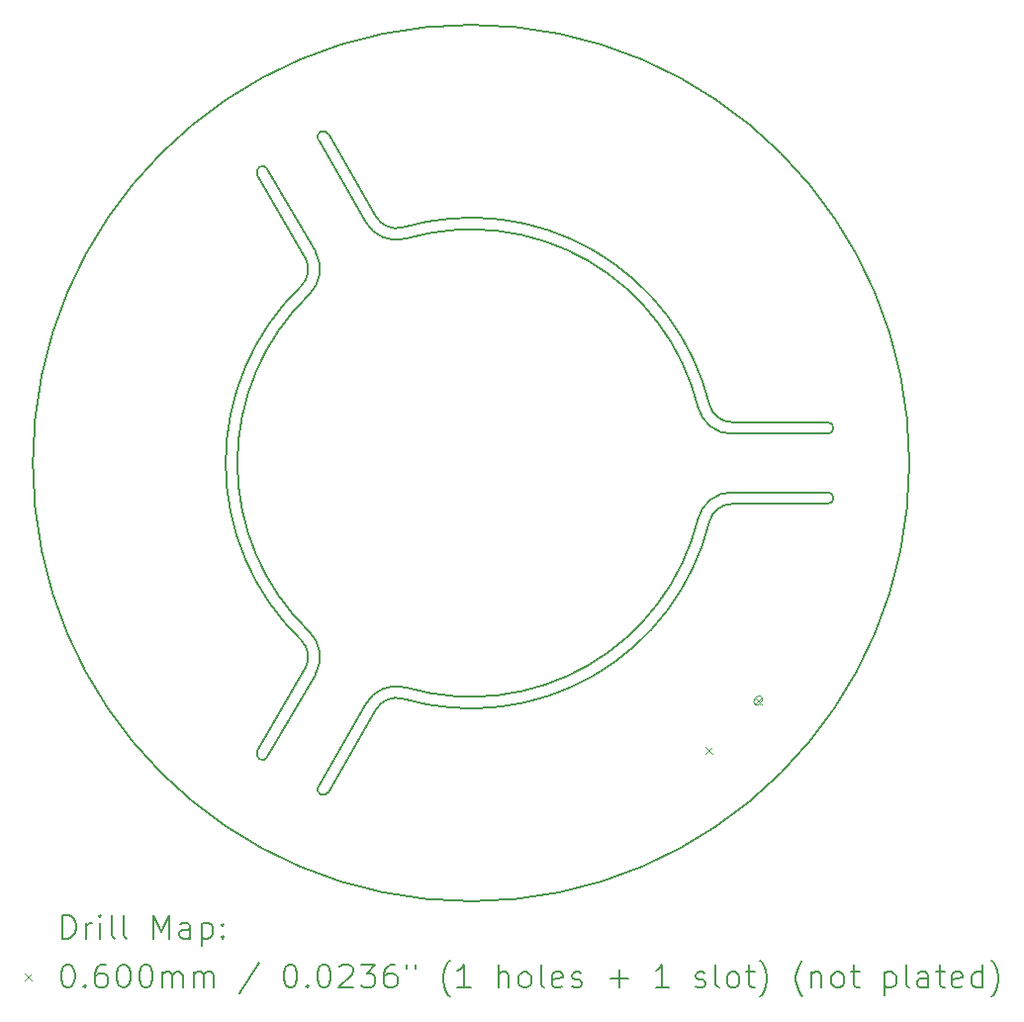
<source format=gbr>
%TF.GenerationSoftware,KiCad,Pcbnew,8.0.1-rc1*%
%TF.CreationDate,2024-04-12T00:40:07-07:00*%
%TF.ProjectId,Toolhead Board,546f6f6c-6865-4616-9420-426f6172642e,1*%
%TF.SameCoordinates,Original*%
%TF.FileFunction,Drillmap*%
%TF.FilePolarity,Positive*%
%FSLAX45Y45*%
G04 Gerber Fmt 4.5, Leading zero omitted, Abs format (unit mm)*
G04 Created by KiCad (PCBNEW 8.0.1-rc1) date 2024-04-12 00:40:07*
%MOMM*%
%LPD*%
G01*
G04 APERTURE LIST*
%ADD10C,0.150000*%
%ADD11C,0.200000*%
%ADD12C,0.100000*%
G04 APERTURE END LIST*
D10*
X6686473Y-9609070D02*
X6278109Y-10316378D01*
X9539074Y-8002174D02*
G75*
G02*
X6915358Y-9516977I-2039074J502174D01*
G01*
X6686473Y-5390931D02*
X6278109Y-4683623D01*
X5758494Y-10016378D02*
X6166858Y-9309070D01*
X6915358Y-5483023D02*
G75*
G02*
X6686475Y-5390930I-55679J192093D01*
G01*
X6191506Y-4733623D02*
G75*
G02*
X6278115Y-4683619I43304J25003D01*
G01*
X6045568Y-9014803D02*
G75*
G02*
X6045568Y-5985197I1454432J1514803D01*
G01*
X6943199Y-5579070D02*
G75*
G02*
X6599872Y-5440929I-83519J288140D01*
G01*
X6943199Y-5579070D02*
G75*
G02*
X9441975Y-7021739I556801J-1920930D01*
G01*
X6045568Y-9014803D02*
G75*
G02*
X6080256Y-9259070I-138518J-144267D01*
G01*
X9733271Y-7150000D02*
G75*
G02*
X9539073Y-6997826I-1J200000D01*
G01*
X9733271Y-7250000D02*
G75*
G02*
X9441974Y-7021739I-1J300000D01*
G01*
X11250000Y-7500000D02*
G75*
G02*
X3750000Y-7500000I-3750000J0D01*
G01*
X3750000Y-7500000D02*
G75*
G02*
X11250000Y-7500000I3750000J0D01*
G01*
X6114826Y-8942669D02*
G75*
G02*
X6114826Y-6057331I1385174J1442669D01*
G01*
X6191506Y-10266378D02*
X6599871Y-9559070D01*
X6080255Y-5740930D02*
X5671891Y-5033623D01*
X10550000Y-7250000D02*
X9733271Y-7250000D01*
X6278109Y-10316378D02*
G75*
G02*
X6191512Y-10266381I-43299J24998D01*
G01*
X9733271Y-7150000D02*
X10550000Y-7150000D01*
X5758494Y-4983622D02*
X6166858Y-5690930D01*
X10550000Y-7150000D02*
G75*
G02*
X10550000Y-7250000I0J-50000D01*
G01*
X6114826Y-8942669D02*
G75*
G02*
X6166858Y-9309071I-207777J-216401D01*
G01*
X9733271Y-7850000D02*
X10550000Y-7850000D01*
X10550000Y-7750000D02*
G75*
G02*
X10550000Y-7850000I0J-50000D01*
G01*
X6915358Y-5483024D02*
G75*
G02*
X9539074Y-6997826I584642J-2016976D01*
G01*
X9441975Y-7978261D02*
G75*
G02*
X6943199Y-9420930I-1941975J478261D01*
G01*
X6686473Y-9609070D02*
G75*
G02*
X6915359Y-9516975I173207J-100000D01*
G01*
X6599871Y-9559070D02*
G75*
G02*
X6943199Y-9420929I259809J-150000D01*
G01*
X9539074Y-8002174D02*
G75*
G02*
X9733271Y-7850001I194196J-47826D01*
G01*
X9441975Y-7978261D02*
G75*
G02*
X9733272Y-7750001I291295J-71739D01*
G01*
X5758493Y-10016378D02*
G75*
G02*
X5671890Y-9966377I-43304J24998D01*
G01*
X10550000Y-7750000D02*
X9733272Y-7750000D01*
X6080256Y-9259070D02*
X5671891Y-9966378D01*
X5671891Y-5033623D02*
G75*
G02*
X5758492Y-4983623I43299J25003D01*
G01*
X6191506Y-4733623D02*
X6599870Y-5440930D01*
X6166858Y-5690930D02*
G75*
G02*
X6114826Y-6057330I-259808J-150000D01*
G01*
X6080255Y-5740930D02*
G75*
G02*
X6045567Y-5985197I-173205J-100000D01*
G01*
D11*
D12*
X9502932Y-9927196D02*
X9562932Y-9987196D01*
X9562932Y-9927196D02*
X9502932Y-9987196D01*
X9927196Y-9502932D02*
X9987196Y-9562932D01*
X9987196Y-9502932D02*
X9927196Y-9562932D01*
X9969571Y-9562984D02*
X9987248Y-9545306D01*
X9944822Y-9502880D02*
G75*
G02*
X9987248Y-9545306I21213J-21213D01*
G01*
X9944822Y-9502880D02*
X9927144Y-9520558D01*
X9927144Y-9520558D02*
G75*
G03*
X9969571Y-9562984I21213J-21213D01*
G01*
D11*
X4003277Y-11568984D02*
X4003277Y-11368984D01*
X4003277Y-11368984D02*
X4050896Y-11368984D01*
X4050896Y-11368984D02*
X4079467Y-11378508D01*
X4079467Y-11378508D02*
X4098515Y-11397555D01*
X4098515Y-11397555D02*
X4108039Y-11416603D01*
X4108039Y-11416603D02*
X4117562Y-11454698D01*
X4117562Y-11454698D02*
X4117562Y-11483269D01*
X4117562Y-11483269D02*
X4108039Y-11521365D01*
X4108039Y-11521365D02*
X4098515Y-11540412D01*
X4098515Y-11540412D02*
X4079467Y-11559460D01*
X4079467Y-11559460D02*
X4050896Y-11568984D01*
X4050896Y-11568984D02*
X4003277Y-11568984D01*
X4203277Y-11568984D02*
X4203277Y-11435650D01*
X4203277Y-11473746D02*
X4212801Y-11454698D01*
X4212801Y-11454698D02*
X4222324Y-11445174D01*
X4222324Y-11445174D02*
X4241372Y-11435650D01*
X4241372Y-11435650D02*
X4260420Y-11435650D01*
X4327086Y-11568984D02*
X4327086Y-11435650D01*
X4327086Y-11368984D02*
X4317563Y-11378508D01*
X4317563Y-11378508D02*
X4327086Y-11388031D01*
X4327086Y-11388031D02*
X4336610Y-11378508D01*
X4336610Y-11378508D02*
X4327086Y-11368984D01*
X4327086Y-11368984D02*
X4327086Y-11388031D01*
X4450896Y-11568984D02*
X4431848Y-11559460D01*
X4431848Y-11559460D02*
X4422324Y-11540412D01*
X4422324Y-11540412D02*
X4422324Y-11368984D01*
X4555658Y-11568984D02*
X4536610Y-11559460D01*
X4536610Y-11559460D02*
X4527086Y-11540412D01*
X4527086Y-11540412D02*
X4527086Y-11368984D01*
X4784229Y-11568984D02*
X4784229Y-11368984D01*
X4784229Y-11368984D02*
X4850896Y-11511841D01*
X4850896Y-11511841D02*
X4917563Y-11368984D01*
X4917563Y-11368984D02*
X4917563Y-11568984D01*
X5098515Y-11568984D02*
X5098515Y-11464222D01*
X5098515Y-11464222D02*
X5088991Y-11445174D01*
X5088991Y-11445174D02*
X5069944Y-11435650D01*
X5069944Y-11435650D02*
X5031848Y-11435650D01*
X5031848Y-11435650D02*
X5012801Y-11445174D01*
X5098515Y-11559460D02*
X5079467Y-11568984D01*
X5079467Y-11568984D02*
X5031848Y-11568984D01*
X5031848Y-11568984D02*
X5012801Y-11559460D01*
X5012801Y-11559460D02*
X5003277Y-11540412D01*
X5003277Y-11540412D02*
X5003277Y-11521365D01*
X5003277Y-11521365D02*
X5012801Y-11502317D01*
X5012801Y-11502317D02*
X5031848Y-11492793D01*
X5031848Y-11492793D02*
X5079467Y-11492793D01*
X5079467Y-11492793D02*
X5098515Y-11483269D01*
X5193753Y-11435650D02*
X5193753Y-11635650D01*
X5193753Y-11445174D02*
X5212801Y-11435650D01*
X5212801Y-11435650D02*
X5250896Y-11435650D01*
X5250896Y-11435650D02*
X5269944Y-11445174D01*
X5269944Y-11445174D02*
X5279467Y-11454698D01*
X5279467Y-11454698D02*
X5288991Y-11473746D01*
X5288991Y-11473746D02*
X5288991Y-11530888D01*
X5288991Y-11530888D02*
X5279467Y-11549936D01*
X5279467Y-11549936D02*
X5269944Y-11559460D01*
X5269944Y-11559460D02*
X5250896Y-11568984D01*
X5250896Y-11568984D02*
X5212801Y-11568984D01*
X5212801Y-11568984D02*
X5193753Y-11559460D01*
X5374705Y-11549936D02*
X5384229Y-11559460D01*
X5384229Y-11559460D02*
X5374705Y-11568984D01*
X5374705Y-11568984D02*
X5365182Y-11559460D01*
X5365182Y-11559460D02*
X5374705Y-11549936D01*
X5374705Y-11549936D02*
X5374705Y-11568984D01*
X5374705Y-11445174D02*
X5384229Y-11454698D01*
X5384229Y-11454698D02*
X5374705Y-11464222D01*
X5374705Y-11464222D02*
X5365182Y-11454698D01*
X5365182Y-11454698D02*
X5374705Y-11445174D01*
X5374705Y-11445174D02*
X5374705Y-11464222D01*
D12*
X3682500Y-11867500D02*
X3742500Y-11927500D01*
X3742500Y-11867500D02*
X3682500Y-11927500D01*
D11*
X4041372Y-11788984D02*
X4060420Y-11788984D01*
X4060420Y-11788984D02*
X4079467Y-11798508D01*
X4079467Y-11798508D02*
X4088991Y-11808031D01*
X4088991Y-11808031D02*
X4098515Y-11827079D01*
X4098515Y-11827079D02*
X4108039Y-11865174D01*
X4108039Y-11865174D02*
X4108039Y-11912793D01*
X4108039Y-11912793D02*
X4098515Y-11950888D01*
X4098515Y-11950888D02*
X4088991Y-11969936D01*
X4088991Y-11969936D02*
X4079467Y-11979460D01*
X4079467Y-11979460D02*
X4060420Y-11988984D01*
X4060420Y-11988984D02*
X4041372Y-11988984D01*
X4041372Y-11988984D02*
X4022324Y-11979460D01*
X4022324Y-11979460D02*
X4012801Y-11969936D01*
X4012801Y-11969936D02*
X4003277Y-11950888D01*
X4003277Y-11950888D02*
X3993753Y-11912793D01*
X3993753Y-11912793D02*
X3993753Y-11865174D01*
X3993753Y-11865174D02*
X4003277Y-11827079D01*
X4003277Y-11827079D02*
X4012801Y-11808031D01*
X4012801Y-11808031D02*
X4022324Y-11798508D01*
X4022324Y-11798508D02*
X4041372Y-11788984D01*
X4193753Y-11969936D02*
X4203277Y-11979460D01*
X4203277Y-11979460D02*
X4193753Y-11988984D01*
X4193753Y-11988984D02*
X4184229Y-11979460D01*
X4184229Y-11979460D02*
X4193753Y-11969936D01*
X4193753Y-11969936D02*
X4193753Y-11988984D01*
X4374705Y-11788984D02*
X4336610Y-11788984D01*
X4336610Y-11788984D02*
X4317563Y-11798508D01*
X4317563Y-11798508D02*
X4308039Y-11808031D01*
X4308039Y-11808031D02*
X4288991Y-11836603D01*
X4288991Y-11836603D02*
X4279467Y-11874698D01*
X4279467Y-11874698D02*
X4279467Y-11950888D01*
X4279467Y-11950888D02*
X4288991Y-11969936D01*
X4288991Y-11969936D02*
X4298515Y-11979460D01*
X4298515Y-11979460D02*
X4317563Y-11988984D01*
X4317563Y-11988984D02*
X4355658Y-11988984D01*
X4355658Y-11988984D02*
X4374705Y-11979460D01*
X4374705Y-11979460D02*
X4384229Y-11969936D01*
X4384229Y-11969936D02*
X4393753Y-11950888D01*
X4393753Y-11950888D02*
X4393753Y-11903269D01*
X4393753Y-11903269D02*
X4384229Y-11884222D01*
X4384229Y-11884222D02*
X4374705Y-11874698D01*
X4374705Y-11874698D02*
X4355658Y-11865174D01*
X4355658Y-11865174D02*
X4317563Y-11865174D01*
X4317563Y-11865174D02*
X4298515Y-11874698D01*
X4298515Y-11874698D02*
X4288991Y-11884222D01*
X4288991Y-11884222D02*
X4279467Y-11903269D01*
X4517563Y-11788984D02*
X4536610Y-11788984D01*
X4536610Y-11788984D02*
X4555658Y-11798508D01*
X4555658Y-11798508D02*
X4565182Y-11808031D01*
X4565182Y-11808031D02*
X4574705Y-11827079D01*
X4574705Y-11827079D02*
X4584229Y-11865174D01*
X4584229Y-11865174D02*
X4584229Y-11912793D01*
X4584229Y-11912793D02*
X4574705Y-11950888D01*
X4574705Y-11950888D02*
X4565182Y-11969936D01*
X4565182Y-11969936D02*
X4555658Y-11979460D01*
X4555658Y-11979460D02*
X4536610Y-11988984D01*
X4536610Y-11988984D02*
X4517563Y-11988984D01*
X4517563Y-11988984D02*
X4498515Y-11979460D01*
X4498515Y-11979460D02*
X4488991Y-11969936D01*
X4488991Y-11969936D02*
X4479467Y-11950888D01*
X4479467Y-11950888D02*
X4469944Y-11912793D01*
X4469944Y-11912793D02*
X4469944Y-11865174D01*
X4469944Y-11865174D02*
X4479467Y-11827079D01*
X4479467Y-11827079D02*
X4488991Y-11808031D01*
X4488991Y-11808031D02*
X4498515Y-11798508D01*
X4498515Y-11798508D02*
X4517563Y-11788984D01*
X4708039Y-11788984D02*
X4727086Y-11788984D01*
X4727086Y-11788984D02*
X4746134Y-11798508D01*
X4746134Y-11798508D02*
X4755658Y-11808031D01*
X4755658Y-11808031D02*
X4765182Y-11827079D01*
X4765182Y-11827079D02*
X4774705Y-11865174D01*
X4774705Y-11865174D02*
X4774705Y-11912793D01*
X4774705Y-11912793D02*
X4765182Y-11950888D01*
X4765182Y-11950888D02*
X4755658Y-11969936D01*
X4755658Y-11969936D02*
X4746134Y-11979460D01*
X4746134Y-11979460D02*
X4727086Y-11988984D01*
X4727086Y-11988984D02*
X4708039Y-11988984D01*
X4708039Y-11988984D02*
X4688991Y-11979460D01*
X4688991Y-11979460D02*
X4679467Y-11969936D01*
X4679467Y-11969936D02*
X4669944Y-11950888D01*
X4669944Y-11950888D02*
X4660420Y-11912793D01*
X4660420Y-11912793D02*
X4660420Y-11865174D01*
X4660420Y-11865174D02*
X4669944Y-11827079D01*
X4669944Y-11827079D02*
X4679467Y-11808031D01*
X4679467Y-11808031D02*
X4688991Y-11798508D01*
X4688991Y-11798508D02*
X4708039Y-11788984D01*
X4860420Y-11988984D02*
X4860420Y-11855650D01*
X4860420Y-11874698D02*
X4869944Y-11865174D01*
X4869944Y-11865174D02*
X4888991Y-11855650D01*
X4888991Y-11855650D02*
X4917563Y-11855650D01*
X4917563Y-11855650D02*
X4936610Y-11865174D01*
X4936610Y-11865174D02*
X4946134Y-11884222D01*
X4946134Y-11884222D02*
X4946134Y-11988984D01*
X4946134Y-11884222D02*
X4955658Y-11865174D01*
X4955658Y-11865174D02*
X4974705Y-11855650D01*
X4974705Y-11855650D02*
X5003277Y-11855650D01*
X5003277Y-11855650D02*
X5022325Y-11865174D01*
X5022325Y-11865174D02*
X5031848Y-11884222D01*
X5031848Y-11884222D02*
X5031848Y-11988984D01*
X5127086Y-11988984D02*
X5127086Y-11855650D01*
X5127086Y-11874698D02*
X5136610Y-11865174D01*
X5136610Y-11865174D02*
X5155658Y-11855650D01*
X5155658Y-11855650D02*
X5184229Y-11855650D01*
X5184229Y-11855650D02*
X5203277Y-11865174D01*
X5203277Y-11865174D02*
X5212801Y-11884222D01*
X5212801Y-11884222D02*
X5212801Y-11988984D01*
X5212801Y-11884222D02*
X5222325Y-11865174D01*
X5222325Y-11865174D02*
X5241372Y-11855650D01*
X5241372Y-11855650D02*
X5269944Y-11855650D01*
X5269944Y-11855650D02*
X5288991Y-11865174D01*
X5288991Y-11865174D02*
X5298515Y-11884222D01*
X5298515Y-11884222D02*
X5298515Y-11988984D01*
X5688991Y-11779460D02*
X5517563Y-12036603D01*
X5946134Y-11788984D02*
X5965182Y-11788984D01*
X5965182Y-11788984D02*
X5984229Y-11798508D01*
X5984229Y-11798508D02*
X5993753Y-11808031D01*
X5993753Y-11808031D02*
X6003277Y-11827079D01*
X6003277Y-11827079D02*
X6012801Y-11865174D01*
X6012801Y-11865174D02*
X6012801Y-11912793D01*
X6012801Y-11912793D02*
X6003277Y-11950888D01*
X6003277Y-11950888D02*
X5993753Y-11969936D01*
X5993753Y-11969936D02*
X5984229Y-11979460D01*
X5984229Y-11979460D02*
X5965182Y-11988984D01*
X5965182Y-11988984D02*
X5946134Y-11988984D01*
X5946134Y-11988984D02*
X5927086Y-11979460D01*
X5927086Y-11979460D02*
X5917563Y-11969936D01*
X5917563Y-11969936D02*
X5908039Y-11950888D01*
X5908039Y-11950888D02*
X5898515Y-11912793D01*
X5898515Y-11912793D02*
X5898515Y-11865174D01*
X5898515Y-11865174D02*
X5908039Y-11827079D01*
X5908039Y-11827079D02*
X5917563Y-11808031D01*
X5917563Y-11808031D02*
X5927086Y-11798508D01*
X5927086Y-11798508D02*
X5946134Y-11788984D01*
X6098515Y-11969936D02*
X6108039Y-11979460D01*
X6108039Y-11979460D02*
X6098515Y-11988984D01*
X6098515Y-11988984D02*
X6088991Y-11979460D01*
X6088991Y-11979460D02*
X6098515Y-11969936D01*
X6098515Y-11969936D02*
X6098515Y-11988984D01*
X6231848Y-11788984D02*
X6250896Y-11788984D01*
X6250896Y-11788984D02*
X6269944Y-11798508D01*
X6269944Y-11798508D02*
X6279467Y-11808031D01*
X6279467Y-11808031D02*
X6288991Y-11827079D01*
X6288991Y-11827079D02*
X6298515Y-11865174D01*
X6298515Y-11865174D02*
X6298515Y-11912793D01*
X6298515Y-11912793D02*
X6288991Y-11950888D01*
X6288991Y-11950888D02*
X6279467Y-11969936D01*
X6279467Y-11969936D02*
X6269944Y-11979460D01*
X6269944Y-11979460D02*
X6250896Y-11988984D01*
X6250896Y-11988984D02*
X6231848Y-11988984D01*
X6231848Y-11988984D02*
X6212801Y-11979460D01*
X6212801Y-11979460D02*
X6203277Y-11969936D01*
X6203277Y-11969936D02*
X6193753Y-11950888D01*
X6193753Y-11950888D02*
X6184229Y-11912793D01*
X6184229Y-11912793D02*
X6184229Y-11865174D01*
X6184229Y-11865174D02*
X6193753Y-11827079D01*
X6193753Y-11827079D02*
X6203277Y-11808031D01*
X6203277Y-11808031D02*
X6212801Y-11798508D01*
X6212801Y-11798508D02*
X6231848Y-11788984D01*
X6374706Y-11808031D02*
X6384229Y-11798508D01*
X6384229Y-11798508D02*
X6403277Y-11788984D01*
X6403277Y-11788984D02*
X6450896Y-11788984D01*
X6450896Y-11788984D02*
X6469944Y-11798508D01*
X6469944Y-11798508D02*
X6479467Y-11808031D01*
X6479467Y-11808031D02*
X6488991Y-11827079D01*
X6488991Y-11827079D02*
X6488991Y-11846127D01*
X6488991Y-11846127D02*
X6479467Y-11874698D01*
X6479467Y-11874698D02*
X6365182Y-11988984D01*
X6365182Y-11988984D02*
X6488991Y-11988984D01*
X6555658Y-11788984D02*
X6679467Y-11788984D01*
X6679467Y-11788984D02*
X6612801Y-11865174D01*
X6612801Y-11865174D02*
X6641372Y-11865174D01*
X6641372Y-11865174D02*
X6660420Y-11874698D01*
X6660420Y-11874698D02*
X6669944Y-11884222D01*
X6669944Y-11884222D02*
X6679467Y-11903269D01*
X6679467Y-11903269D02*
X6679467Y-11950888D01*
X6679467Y-11950888D02*
X6669944Y-11969936D01*
X6669944Y-11969936D02*
X6660420Y-11979460D01*
X6660420Y-11979460D02*
X6641372Y-11988984D01*
X6641372Y-11988984D02*
X6584229Y-11988984D01*
X6584229Y-11988984D02*
X6565182Y-11979460D01*
X6565182Y-11979460D02*
X6555658Y-11969936D01*
X6850896Y-11788984D02*
X6812801Y-11788984D01*
X6812801Y-11788984D02*
X6793753Y-11798508D01*
X6793753Y-11798508D02*
X6784229Y-11808031D01*
X6784229Y-11808031D02*
X6765182Y-11836603D01*
X6765182Y-11836603D02*
X6755658Y-11874698D01*
X6755658Y-11874698D02*
X6755658Y-11950888D01*
X6755658Y-11950888D02*
X6765182Y-11969936D01*
X6765182Y-11969936D02*
X6774706Y-11979460D01*
X6774706Y-11979460D02*
X6793753Y-11988984D01*
X6793753Y-11988984D02*
X6831848Y-11988984D01*
X6831848Y-11988984D02*
X6850896Y-11979460D01*
X6850896Y-11979460D02*
X6860420Y-11969936D01*
X6860420Y-11969936D02*
X6869944Y-11950888D01*
X6869944Y-11950888D02*
X6869944Y-11903269D01*
X6869944Y-11903269D02*
X6860420Y-11884222D01*
X6860420Y-11884222D02*
X6850896Y-11874698D01*
X6850896Y-11874698D02*
X6831848Y-11865174D01*
X6831848Y-11865174D02*
X6793753Y-11865174D01*
X6793753Y-11865174D02*
X6774706Y-11874698D01*
X6774706Y-11874698D02*
X6765182Y-11884222D01*
X6765182Y-11884222D02*
X6755658Y-11903269D01*
X6946134Y-11788984D02*
X6946134Y-11827079D01*
X7022325Y-11788984D02*
X7022325Y-11827079D01*
X7317563Y-12065174D02*
X7308039Y-12055650D01*
X7308039Y-12055650D02*
X7288991Y-12027079D01*
X7288991Y-12027079D02*
X7279468Y-12008031D01*
X7279468Y-12008031D02*
X7269944Y-11979460D01*
X7269944Y-11979460D02*
X7260420Y-11931841D01*
X7260420Y-11931841D02*
X7260420Y-11893746D01*
X7260420Y-11893746D02*
X7269944Y-11846127D01*
X7269944Y-11846127D02*
X7279468Y-11817555D01*
X7279468Y-11817555D02*
X7288991Y-11798508D01*
X7288991Y-11798508D02*
X7308039Y-11769936D01*
X7308039Y-11769936D02*
X7317563Y-11760412D01*
X7498515Y-11988984D02*
X7384229Y-11988984D01*
X7441372Y-11988984D02*
X7441372Y-11788984D01*
X7441372Y-11788984D02*
X7422325Y-11817555D01*
X7422325Y-11817555D02*
X7403277Y-11836603D01*
X7403277Y-11836603D02*
X7384229Y-11846127D01*
X7736610Y-11988984D02*
X7736610Y-11788984D01*
X7822325Y-11988984D02*
X7822325Y-11884222D01*
X7822325Y-11884222D02*
X7812801Y-11865174D01*
X7812801Y-11865174D02*
X7793753Y-11855650D01*
X7793753Y-11855650D02*
X7765182Y-11855650D01*
X7765182Y-11855650D02*
X7746134Y-11865174D01*
X7746134Y-11865174D02*
X7736610Y-11874698D01*
X7946134Y-11988984D02*
X7927087Y-11979460D01*
X7927087Y-11979460D02*
X7917563Y-11969936D01*
X7917563Y-11969936D02*
X7908039Y-11950888D01*
X7908039Y-11950888D02*
X7908039Y-11893746D01*
X7908039Y-11893746D02*
X7917563Y-11874698D01*
X7917563Y-11874698D02*
X7927087Y-11865174D01*
X7927087Y-11865174D02*
X7946134Y-11855650D01*
X7946134Y-11855650D02*
X7974706Y-11855650D01*
X7974706Y-11855650D02*
X7993753Y-11865174D01*
X7993753Y-11865174D02*
X8003277Y-11874698D01*
X8003277Y-11874698D02*
X8012801Y-11893746D01*
X8012801Y-11893746D02*
X8012801Y-11950888D01*
X8012801Y-11950888D02*
X8003277Y-11969936D01*
X8003277Y-11969936D02*
X7993753Y-11979460D01*
X7993753Y-11979460D02*
X7974706Y-11988984D01*
X7974706Y-11988984D02*
X7946134Y-11988984D01*
X8127087Y-11988984D02*
X8108039Y-11979460D01*
X8108039Y-11979460D02*
X8098515Y-11960412D01*
X8098515Y-11960412D02*
X8098515Y-11788984D01*
X8279468Y-11979460D02*
X8260420Y-11988984D01*
X8260420Y-11988984D02*
X8222325Y-11988984D01*
X8222325Y-11988984D02*
X8203277Y-11979460D01*
X8203277Y-11979460D02*
X8193753Y-11960412D01*
X8193753Y-11960412D02*
X8193753Y-11884222D01*
X8193753Y-11884222D02*
X8203277Y-11865174D01*
X8203277Y-11865174D02*
X8222325Y-11855650D01*
X8222325Y-11855650D02*
X8260420Y-11855650D01*
X8260420Y-11855650D02*
X8279468Y-11865174D01*
X8279468Y-11865174D02*
X8288991Y-11884222D01*
X8288991Y-11884222D02*
X8288991Y-11903269D01*
X8288991Y-11903269D02*
X8193753Y-11922317D01*
X8365182Y-11979460D02*
X8384230Y-11988984D01*
X8384230Y-11988984D02*
X8422325Y-11988984D01*
X8422325Y-11988984D02*
X8441373Y-11979460D01*
X8441373Y-11979460D02*
X8450896Y-11960412D01*
X8450896Y-11960412D02*
X8450896Y-11950888D01*
X8450896Y-11950888D02*
X8441373Y-11931841D01*
X8441373Y-11931841D02*
X8422325Y-11922317D01*
X8422325Y-11922317D02*
X8393753Y-11922317D01*
X8393753Y-11922317D02*
X8374706Y-11912793D01*
X8374706Y-11912793D02*
X8365182Y-11893746D01*
X8365182Y-11893746D02*
X8365182Y-11884222D01*
X8365182Y-11884222D02*
X8374706Y-11865174D01*
X8374706Y-11865174D02*
X8393753Y-11855650D01*
X8393753Y-11855650D02*
X8422325Y-11855650D01*
X8422325Y-11855650D02*
X8441373Y-11865174D01*
X8688992Y-11912793D02*
X8841373Y-11912793D01*
X8765182Y-11988984D02*
X8765182Y-11836603D01*
X9193754Y-11988984D02*
X9079468Y-11988984D01*
X9136611Y-11988984D02*
X9136611Y-11788984D01*
X9136611Y-11788984D02*
X9117563Y-11817555D01*
X9117563Y-11817555D02*
X9098515Y-11836603D01*
X9098515Y-11836603D02*
X9079468Y-11846127D01*
X9422325Y-11979460D02*
X9441373Y-11988984D01*
X9441373Y-11988984D02*
X9479468Y-11988984D01*
X9479468Y-11988984D02*
X9498516Y-11979460D01*
X9498516Y-11979460D02*
X9508039Y-11960412D01*
X9508039Y-11960412D02*
X9508039Y-11950888D01*
X9508039Y-11950888D02*
X9498516Y-11931841D01*
X9498516Y-11931841D02*
X9479468Y-11922317D01*
X9479468Y-11922317D02*
X9450896Y-11922317D01*
X9450896Y-11922317D02*
X9431849Y-11912793D01*
X9431849Y-11912793D02*
X9422325Y-11893746D01*
X9422325Y-11893746D02*
X9422325Y-11884222D01*
X9422325Y-11884222D02*
X9431849Y-11865174D01*
X9431849Y-11865174D02*
X9450896Y-11855650D01*
X9450896Y-11855650D02*
X9479468Y-11855650D01*
X9479468Y-11855650D02*
X9498516Y-11865174D01*
X9622325Y-11988984D02*
X9603277Y-11979460D01*
X9603277Y-11979460D02*
X9593754Y-11960412D01*
X9593754Y-11960412D02*
X9593754Y-11788984D01*
X9727087Y-11988984D02*
X9708039Y-11979460D01*
X9708039Y-11979460D02*
X9698516Y-11969936D01*
X9698516Y-11969936D02*
X9688992Y-11950888D01*
X9688992Y-11950888D02*
X9688992Y-11893746D01*
X9688992Y-11893746D02*
X9698516Y-11874698D01*
X9698516Y-11874698D02*
X9708039Y-11865174D01*
X9708039Y-11865174D02*
X9727087Y-11855650D01*
X9727087Y-11855650D02*
X9755658Y-11855650D01*
X9755658Y-11855650D02*
X9774706Y-11865174D01*
X9774706Y-11865174D02*
X9784230Y-11874698D01*
X9784230Y-11874698D02*
X9793754Y-11893746D01*
X9793754Y-11893746D02*
X9793754Y-11950888D01*
X9793754Y-11950888D02*
X9784230Y-11969936D01*
X9784230Y-11969936D02*
X9774706Y-11979460D01*
X9774706Y-11979460D02*
X9755658Y-11988984D01*
X9755658Y-11988984D02*
X9727087Y-11988984D01*
X9850897Y-11855650D02*
X9927087Y-11855650D01*
X9879468Y-11788984D02*
X9879468Y-11960412D01*
X9879468Y-11960412D02*
X9888992Y-11979460D01*
X9888992Y-11979460D02*
X9908039Y-11988984D01*
X9908039Y-11988984D02*
X9927087Y-11988984D01*
X9974706Y-12065174D02*
X9984230Y-12055650D01*
X9984230Y-12055650D02*
X10003277Y-12027079D01*
X10003277Y-12027079D02*
X10012801Y-12008031D01*
X10012801Y-12008031D02*
X10022325Y-11979460D01*
X10022325Y-11979460D02*
X10031849Y-11931841D01*
X10031849Y-11931841D02*
X10031849Y-11893746D01*
X10031849Y-11893746D02*
X10022325Y-11846127D01*
X10022325Y-11846127D02*
X10012801Y-11817555D01*
X10012801Y-11817555D02*
X10003277Y-11798508D01*
X10003277Y-11798508D02*
X9984230Y-11769936D01*
X9984230Y-11769936D02*
X9974706Y-11760412D01*
X10336611Y-12065174D02*
X10327087Y-12055650D01*
X10327087Y-12055650D02*
X10308039Y-12027079D01*
X10308039Y-12027079D02*
X10298516Y-12008031D01*
X10298516Y-12008031D02*
X10288992Y-11979460D01*
X10288992Y-11979460D02*
X10279468Y-11931841D01*
X10279468Y-11931841D02*
X10279468Y-11893746D01*
X10279468Y-11893746D02*
X10288992Y-11846127D01*
X10288992Y-11846127D02*
X10298516Y-11817555D01*
X10298516Y-11817555D02*
X10308039Y-11798508D01*
X10308039Y-11798508D02*
X10327087Y-11769936D01*
X10327087Y-11769936D02*
X10336611Y-11760412D01*
X10412801Y-11855650D02*
X10412801Y-11988984D01*
X10412801Y-11874698D02*
X10422325Y-11865174D01*
X10422325Y-11865174D02*
X10441373Y-11855650D01*
X10441373Y-11855650D02*
X10469944Y-11855650D01*
X10469944Y-11855650D02*
X10488992Y-11865174D01*
X10488992Y-11865174D02*
X10498516Y-11884222D01*
X10498516Y-11884222D02*
X10498516Y-11988984D01*
X10622325Y-11988984D02*
X10603277Y-11979460D01*
X10603277Y-11979460D02*
X10593754Y-11969936D01*
X10593754Y-11969936D02*
X10584230Y-11950888D01*
X10584230Y-11950888D02*
X10584230Y-11893746D01*
X10584230Y-11893746D02*
X10593754Y-11874698D01*
X10593754Y-11874698D02*
X10603277Y-11865174D01*
X10603277Y-11865174D02*
X10622325Y-11855650D01*
X10622325Y-11855650D02*
X10650897Y-11855650D01*
X10650897Y-11855650D02*
X10669944Y-11865174D01*
X10669944Y-11865174D02*
X10679468Y-11874698D01*
X10679468Y-11874698D02*
X10688992Y-11893746D01*
X10688992Y-11893746D02*
X10688992Y-11950888D01*
X10688992Y-11950888D02*
X10679468Y-11969936D01*
X10679468Y-11969936D02*
X10669944Y-11979460D01*
X10669944Y-11979460D02*
X10650897Y-11988984D01*
X10650897Y-11988984D02*
X10622325Y-11988984D01*
X10746135Y-11855650D02*
X10822325Y-11855650D01*
X10774706Y-11788984D02*
X10774706Y-11960412D01*
X10774706Y-11960412D02*
X10784230Y-11979460D01*
X10784230Y-11979460D02*
X10803277Y-11988984D01*
X10803277Y-11988984D02*
X10822325Y-11988984D01*
X11041373Y-11855650D02*
X11041373Y-12055650D01*
X11041373Y-11865174D02*
X11060420Y-11855650D01*
X11060420Y-11855650D02*
X11098516Y-11855650D01*
X11098516Y-11855650D02*
X11117563Y-11865174D01*
X11117563Y-11865174D02*
X11127087Y-11874698D01*
X11127087Y-11874698D02*
X11136611Y-11893746D01*
X11136611Y-11893746D02*
X11136611Y-11950888D01*
X11136611Y-11950888D02*
X11127087Y-11969936D01*
X11127087Y-11969936D02*
X11117563Y-11979460D01*
X11117563Y-11979460D02*
X11098516Y-11988984D01*
X11098516Y-11988984D02*
X11060420Y-11988984D01*
X11060420Y-11988984D02*
X11041373Y-11979460D01*
X11250896Y-11988984D02*
X11231849Y-11979460D01*
X11231849Y-11979460D02*
X11222325Y-11960412D01*
X11222325Y-11960412D02*
X11222325Y-11788984D01*
X11412801Y-11988984D02*
X11412801Y-11884222D01*
X11412801Y-11884222D02*
X11403277Y-11865174D01*
X11403277Y-11865174D02*
X11384230Y-11855650D01*
X11384230Y-11855650D02*
X11346135Y-11855650D01*
X11346135Y-11855650D02*
X11327087Y-11865174D01*
X11412801Y-11979460D02*
X11393754Y-11988984D01*
X11393754Y-11988984D02*
X11346135Y-11988984D01*
X11346135Y-11988984D02*
X11327087Y-11979460D01*
X11327087Y-11979460D02*
X11317563Y-11960412D01*
X11317563Y-11960412D02*
X11317563Y-11941365D01*
X11317563Y-11941365D02*
X11327087Y-11922317D01*
X11327087Y-11922317D02*
X11346135Y-11912793D01*
X11346135Y-11912793D02*
X11393754Y-11912793D01*
X11393754Y-11912793D02*
X11412801Y-11903269D01*
X11479468Y-11855650D02*
X11555658Y-11855650D01*
X11508039Y-11788984D02*
X11508039Y-11960412D01*
X11508039Y-11960412D02*
X11517563Y-11979460D01*
X11517563Y-11979460D02*
X11536611Y-11988984D01*
X11536611Y-11988984D02*
X11555658Y-11988984D01*
X11698516Y-11979460D02*
X11679468Y-11988984D01*
X11679468Y-11988984D02*
X11641373Y-11988984D01*
X11641373Y-11988984D02*
X11622325Y-11979460D01*
X11622325Y-11979460D02*
X11612801Y-11960412D01*
X11612801Y-11960412D02*
X11612801Y-11884222D01*
X11612801Y-11884222D02*
X11622325Y-11865174D01*
X11622325Y-11865174D02*
X11641373Y-11855650D01*
X11641373Y-11855650D02*
X11679468Y-11855650D01*
X11679468Y-11855650D02*
X11698516Y-11865174D01*
X11698516Y-11865174D02*
X11708039Y-11884222D01*
X11708039Y-11884222D02*
X11708039Y-11903269D01*
X11708039Y-11903269D02*
X11612801Y-11922317D01*
X11879468Y-11988984D02*
X11879468Y-11788984D01*
X11879468Y-11979460D02*
X11860420Y-11988984D01*
X11860420Y-11988984D02*
X11822325Y-11988984D01*
X11822325Y-11988984D02*
X11803277Y-11979460D01*
X11803277Y-11979460D02*
X11793754Y-11969936D01*
X11793754Y-11969936D02*
X11784230Y-11950888D01*
X11784230Y-11950888D02*
X11784230Y-11893746D01*
X11784230Y-11893746D02*
X11793754Y-11874698D01*
X11793754Y-11874698D02*
X11803277Y-11865174D01*
X11803277Y-11865174D02*
X11822325Y-11855650D01*
X11822325Y-11855650D02*
X11860420Y-11855650D01*
X11860420Y-11855650D02*
X11879468Y-11865174D01*
X11955658Y-12065174D02*
X11965182Y-12055650D01*
X11965182Y-12055650D02*
X11984230Y-12027079D01*
X11984230Y-12027079D02*
X11993754Y-12008031D01*
X11993754Y-12008031D02*
X12003277Y-11979460D01*
X12003277Y-11979460D02*
X12012801Y-11931841D01*
X12012801Y-11931841D02*
X12012801Y-11893746D01*
X12012801Y-11893746D02*
X12003277Y-11846127D01*
X12003277Y-11846127D02*
X11993754Y-11817555D01*
X11993754Y-11817555D02*
X11984230Y-11798508D01*
X11984230Y-11798508D02*
X11965182Y-11769936D01*
X11965182Y-11769936D02*
X11955658Y-11760412D01*
M02*

</source>
